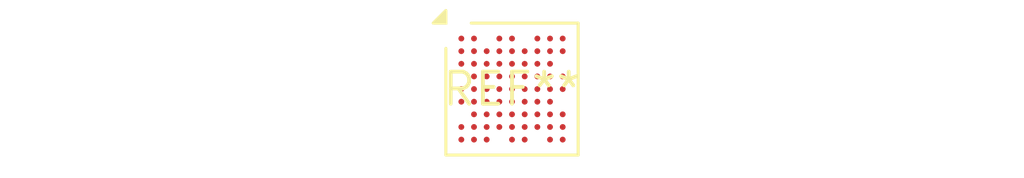
<source format=kicad_pcb>
(kicad_pcb (version 20240108) (generator pcbnew)
  (layers (0 "F.Cu" signal) (31 "B.Cu" signal) (34 "B.Paste" user) (35 "F.Paste" user) (36 "B.SilkS" user "B.Silkscreen") (37 "F.SilkS" user "F.Silkscreen") (38 "B.Mask" user) (39 "F.Mask" user) (44 "Edge.Cuts" user))
  (net 0 "")
  (footprint "ST_UFBGA-73_5x5mm_Layout9x9_P0.5mm" (layer "F.Cu") (at 0 0)
    (property "Reference" "REF**")
    (property "Value" "ST_UFBGA-73_5x5mm_Layout9x9_P0.5mm")
    (fp_line (start -2.61 2.61) (end -2.61 -1.61) (layer "F.SilkS") (stroke (width 0.12)))
    (fp_line (start -1.61 -2.61) (end 2.61 -2.61) (layer "F.SilkS") (stroke (width 0.12)))
    (fp_line (start 2.61 -2.61) (end 2.61 2.61) (layer "F.SilkS") (stroke (width 0.12)))
    (fp_line (start 2.61 2.61) (end -2.61 2.61) (layer "F.SilkS") (stroke (width 0.12)))
    (fp_poly (pts (xy -2.61 -2.61) (xy -3.11 -2.61) (xy -2.61 -3.11) (xy -2.61 -2.61)) (layer "F.SilkS") (stroke (width 0.12)) (fill solid))
    (pad "A1" smd circle (at -2 -2) (size 0.23 0.23) (property pad_prop_bga) (layers "F.Cu" "F.Paste" "F.Mask"))
    (pad "A2" smd circle (at -1.5 -2) (size 0.23 0.23) (property pad_prop_bga) (layers "F.Cu" "F.Paste" "F.Mask"))
    (pad "A4" smd circle (at -0.5 -2) (size 0.23 0.23) (property pad_prop_bga) (layers "F.Cu" "F.Paste" "F.Mask"))
    (pad "A5" smd circle (at 0 -2) (size 0.23 0.23) (property pad_prop_bga) (layers "F.Cu" "F.Paste" "F.Mask"))
    (pad "A7" smd circle (at 1 -2) (size 0.23 0.23) (property pad_prop_bga) (layers "F.Cu" "F.Paste" "F.Mask"))
    (pad "A8" smd circle (at 1.5 -2) (size 0.23 0.23) (property pad_prop_bga) (layers "F.Cu" "F.Paste" "F.Mask"))
    (pad "A9" smd circle (at 2 -2) (size 0.23 0.23) (property pad_prop_bga) (layers "F.Cu" "F.Paste" "F.Mask"))
    (pad "B1" smd circle (at -2 -1.5) (size 0.23 0.23) (property pad_prop_bga) (layers "F.Cu" "F.Paste" "F.Mask"))
    (pad "B2" smd circle (at -1.5 -1.5) (size 0.23 0.23) (property pad_prop_bga) (layers "F.Cu" "F.Paste" "F.Mask"))
    (pad "B3" smd circle (at -1 -1.5) (size 0.23 0.23) (property pad_prop_bga) (layers "F.Cu" "F.Paste" "F.Mask"))
    (pad "B4" smd circle (at -0.5 -1.5) (size 0.23 0.23) (property pad_prop_bga) (layers "F.Cu" "F.Paste" "F.Mask"))
    (pad "B5" smd circle (at 0 -1.5) (size 0.23 0.23) (property pad_prop_bga) (layers "F.Cu" "F.Paste" "F.Mask"))
    (pad "B6" smd circle (at 0.5 -1.5) (size 0.23 0.23) (property pad_prop_bga) (layers "F.Cu" "F.Paste" "F.Mask"))
    (pad "B7" smd circle (at 1 -1.5) (size 0.23 0.23) (property pad_prop_bga) (layers "F.Cu" "F.Paste" "F.Mask"))
    (pad "B8" smd circle (at 1.5 -1.5) (size 0.23 0.23) (property pad_prop_bga) (layers "F.Cu" "F.Paste" "F.Mask"))
    (pad "B9" smd circle (at 2 -1.5) (size 0.23 0.23) (property pad_prop_bga) (layers "F.Cu" "F.Paste" "F.Mask"))
    (pad "C1" smd circle (at -2 -1) (size 0.23 0.23) (property pad_prop_bga) (layers "F.Cu" "F.Paste" "F.Mask"))
    (pad "C2" smd circle (at -1.5 -1) (size 0.23 0.23) (property pad_prop_bga) (layers "F.Cu" "F.Paste" "F.Mask"))
    (pad "C3" smd circle (at -1 -1) (size 0.23 0.23) (property pad_prop_bga) (layers "F.Cu" "F.Paste" "F.Mask"))
    (pad "C4" smd circle (at -0.5 -1) (size 0.23 0.23) (property pad_prop_bga) (layers "F.Cu" "F.Paste" "F.Mask"))
    (pad "C5" smd circle (at 0 -1) (size 0.23 0.23) (property pad_prop_bga) (layers "F.Cu" "F.Paste" "F.Mask"))
    (pad "C6" smd circle (at 0.5 -1) (size 0.23 0.23) (property pad_prop_bga) (layers "F.Cu" "F.Paste" "F.Mask"))
    (pad "C7" smd circle (at 1 -1) (size 0.23 0.23) (property pad_prop_bga) (layers "F.Cu" "F.Paste" "F.Mask"))
    (pad "C8" smd circle (at 1.5 -1) (size 0.23 0.23) (property pad_prop_bga) (layers "F.Cu" "F.Paste" "F.Mask"))
    (pad "D2" smd circle (at -1.5 -0.5) (size 0.23 0.23) (property pad_prop_bga) (layers "F.Cu" "F.Paste" "F.Mask"))
    (pad "D3" smd circle (at -1 -0.5) (size 0.23 0.23) (property pad_prop_bga) (layers "F.Cu" "F.Paste" "F.Mask"))
    (pad "D4" smd circle (at -0.5 -0.5) (size 0.23 0.23) (property pad_prop_bga) (layers "F.Cu" "F.Paste" "F.Mask"))
    (pad "D5" smd circle (at 0 -0.5) (size 0.23 0.23) (property pad_prop_bga) (layers "F.Cu" "F.Paste" "F.Mask"))
    (pad "D6" smd circle (at 0.5 -0.5) (size 0.23 0.23) (property pad_prop_bga) (layers "F.Cu" "F.Paste" "F.Mask"))
    (pad "D7" smd circle (at 1 -0.5) (size 0.23 0.23) (property pad_prop_bga) (layers "F.Cu" "F.Paste" "F.Mask"))
    (pad "D8" smd circle (at 1.5 -0.5) (size 0.23 0.23) (property pad_prop_bga) (layers "F.Cu" "F.Paste" "F.Mask"))
    (pad "D9" smd circle (at 2 -0.5) (size 0.23 0.23) (property pad_prop_bga) (layers "F.Cu" "F.Paste" "F.Mask"))
    (pad "E1" smd circle (at -2 0) (size 0.23 0.23) (property pad_prop_bga) (layers "F.Cu" "F.Paste" "F.Mask"))
    (pad "E2" smd circle (at -1.5 0) (size 0.23 0.23) (property pad_prop_bga) (layers "F.Cu" "F.Paste" "F.Mask"))
    (pad "E3" smd circle (at -1 0) (size 0.23 0.23) (property pad_prop_bga) (layers "F.Cu" "F.Paste" "F.Mask"))
    (pad "E4" smd circle (at -0.5 0) (size 0.23 0.23) (property pad_prop_bga) (layers "F.Cu" "F.Paste" "F.Mask"))
    (pad "E5" smd circle (at 0 0) (size 0.23 0.23) (property pad_prop_bga) (layers "F.Cu" "F.Paste" "F.Mask"))
    (pad "E6" smd circle (at 0.5 0) (size 0.23 0.23) (property pad_prop_bga) (layers "F.Cu" "F.Paste" "F.Mask"))
    (pad "E7" smd circle (at 1 0) (size 0.23 0.23) (property pad_prop_bga) (layers "F.Cu" "F.Paste" "F.Mask"))
    (pad "E8" smd circle (at 1.5 0) (size 0.23 0.23) (property pad_prop_bga) (layers "F.Cu" "F.Paste" "F.Mask"))
    (pad "E9" smd circle (at 2 0) (size 0.23 0.23) (property pad_prop_bga) (layers "F.Cu" "F.Paste" "F.Mask"))
    (pad "F1" smd circle (at -2 0.5) (size 0.23 0.23) (property pad_prop_bga) (layers "F.Cu" "F.Paste" "F.Mask"))
    (pad "F2" smd circle (at -1.5 0.5) (size 0.23 0.23) (property pad_prop_bga) (layers "F.Cu" "F.Paste" "F.Mask"))
    (pad "F3" smd circle (at -1 0.5) (size 0.23 0.23) (property pad_prop_bga) (layers "F.Cu" "F.Paste" "F.Mask"))
    (pad "F4" smd circle (at -0.5 0.5) (size 0.23 0.23) (property pad_prop_bga) (layers "F.Cu" "F.Paste" "F.Mask"))
    (pad "F5" smd circle (at 0 0.5) (size 0.23 0.23) (property pad_prop_bga) (layers "F.Cu" "F.Paste" "F.Mask"))
    (pad "F6" smd circle (at 0.5 0.5) (size 0.23 0.23) (property pad_prop_bga) (layers "F.Cu" "F.Paste" "F.Mask"))
    (pad "F7" smd circle (at 1 0.5) (size 0.23 0.23) (property pad_prop_bga) (layers "F.Cu" "F.Paste" "F.Mask"))
    (pad "F8" smd circle (at 1.5 0.5) (size 0.23 0.23) (property pad_prop_bga) (layers "F.Cu" "F.Paste" "F.Mask"))
    (pad "G2" smd circle (at -1.5 1) (size 0.23 0.23) (property pad_prop_bga) (layers "F.Cu" "F.Paste" "F.Mask"))
    (pad "G3" smd circle (at -1 1) (size 0.23 0.23) (property pad_prop_bga) (layers "F.Cu" "F.Paste" "F.Mask"))
    (pad "G4" smd circle (at -0.5 1) (size 0.23 0.23) (property pad_prop_bga) (layers "F.Cu" "F.Paste" "F.Mask"))
    (pad "G5" smd circle (at 0 1) (size 0.23 0.23) (property pad_prop_bga) (layers "F.Cu" "F.Paste" "F.Mask"))
    (pad "G6" smd circle (at 0.5 1) (size 0.23 0.23) (property pad_prop_bga) (layers "F.Cu" "F.Paste" "F.Mask"))
    (pad "G7" smd circle (at 1 1) (size 0.23 0.23) (property pad_prop_bga) (layers "F.Cu" "F.Paste" "F.Mask"))
    (pad "G8" smd circle (at 1.5 1) (size 0.23 0.23) (property pad_prop_bga) (layers "F.Cu" "F.Paste" "F.Mask"))
    (pad "G9" smd circle (at 2 1) (size 0.23 0.23) (property pad_prop_bga) (layers "F.Cu" "F.Paste" "F.Mask"))
    (pad "H1" smd circle (at -2 1.5) (size 0.23 0.23) (property pad_prop_bga) (layers "F.Cu" "F.Paste" "F.Mask"))
    (pad "H2" smd circle (at -1.5 1.5) (size 0.23 0.23) (property pad_prop_bga) (layers "F.Cu" "F.Paste" "F.Mask"))
    (pad "H3" smd circle (at -1 1.5) (size 0.23 0.23) (property pad_prop_bga) (layers "F.Cu" "F.Paste" "F.Mask"))
    (pad "H4" smd circle (at -0.5 1.5) (size 0.23 0.23) (property pad_prop_bga) (layers "F.Cu" "F.Paste" "F.Mask"))
    (pad "H5" smd circle (at 0 1.5) (size 0.23 0.23) (property pad_prop_bga) (layers "F.Cu" "F.Paste" "F.Mask"))
    (pad "H6" smd circle (at 0.5 1.5) (size 0.23 0.23) (property pad_prop_bga) (layers "F.Cu" "F.Paste" "F.Mask"))
    (pad "H7" smd circle (at 1 1.5) (size 0.23 0.23) (property pad_prop_bga) (layers "F.Cu" "F.Paste" "F.Mask"))
    (pad "H8" smd circle (at 1.5 1.5) (size 0.23 0.23) (property pad_prop_bga) (layers "F.Cu" "F.Paste" "F.Mask"))
    (pad "H9" smd circle (at 2 1.5) (size 0.23 0.23) (property pad_prop_bga) (layers "F.Cu" "F.Paste" "F.Mask"))
    (pad "J1" smd circle (at -2 2) (size 0.23 0.23) (property pad_prop_bga) (layers "F.Cu" "F.Paste" "F.Mask"))
    (pad "J2" smd circle (at -1.5 2) (size 0.23 0.23) (property pad_prop_bga) (layers "F.Cu" "F.Paste" "F.Mask"))
    (pad "J3" smd circle (at -1 2) (size 0.23 0.23) (property pad_prop_bga) (layers "F.Cu" "F.Paste" "F.Mask"))
    (pad "J5" smd circle (at 0 2) (size 0.23 0.23) (property pad_prop_bga) (layers "F.Cu" "F.Paste" "F.Mask"))
    (pad "J6" smd circle (at 0.5 2) (size 0.23 0.23) (property pad_prop_bga) (layers "F.Cu" "F.Paste" "F.Mask"))
    (pad "J8" smd circle (at 1.5 2) (size 0.23 0.23) (property pad_prop_bga) (layers "F.Cu" "F.Paste" "F.Mask"))
    (pad "J9" smd circle (at 2 2) (size 0.23 0.23) (property pad_prop_bga) (layers "F.Cu" "F.Paste" "F.Mask"))
  )
)
</source>
